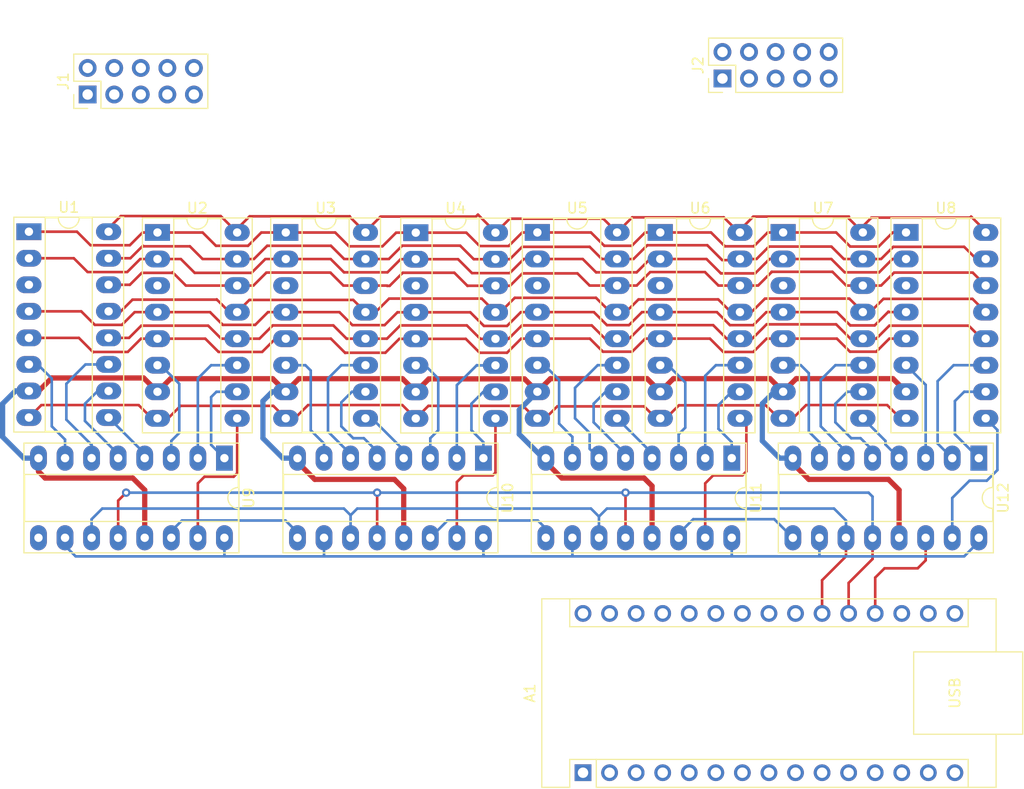
<source format=kicad_pcb>
(kicad_pcb (version 20221018) (generator pcbnew)
  (layers (0 "F.Cu" signal) (31 "B.Cu" signal) (34 "B.Paste" user) (35 "F.Paste" user) (36 "B.SilkS" user "B.Silkscreen") (37 "F.SilkS" user "F.Silkscreen") (38 "B.Mask" user) (39 "F.Mask" user) (44 "Edge.Cuts" user))
  (net 0 "")
  (net 1 "DATA1")
  (net 2 "DATA2")
  (net 4 "Net-(A1-GND-Pad29)")
  (net 5 "DATA3")
  (net 18 "OUT5")
  (net 19 "OUT7")
  (net 20 "IN1")
  (net 21 "OUT8")
  (net 22 "OUT6")
  (net 23 "IO1OE")
  (net 24 "GND")
  (net 25 "-5V")
  (net 26 "IO1C")
  (net 27 "IO1B")
  (net 28 "IO1A")
  (net 29 "OUT4")
  (net 30 "OUT1")
  (net 31 "OUT2")
  (net 32 "OUT3")
  (net 33 "+5V")
  (net 34 "IN2")
  (net 35 "IO2OE")
  (net 36 "IO2C")
  (net 37 "IO2B")
  (net 38 "IO2A")
  (net 39 "IN3")
  (net 40 "IO3OE")
  (net 41 "IO3C")
  (net 42 "IO3B")
  (net 43 "IO3A")
  (net 44 "IN4")
  (net 45 "IO4OE")
  (net 46 "IO4C")
  (net 47 "IO4B")
  (net 48 "IO4A")
  (net 49 "IN5")
  (net 50 "IO5OE")
  (net 51 "IO5C")
  (net 52 "IO5B")
  (net 53 "IO5A")
  (net 54 "IN6")
  (net 55 "IO6OE")
  (net 56 "IO6C")
  (net 57 "IO6B")
  (net 58 "IO6A")
  (net 59 "IN7")
  (net 60 "IO7OE")
  (net 61 "IO7C")
  (net 62 "IO7B")
  (net 63 "IO7A")
  (net 64 "IN8")
  (net 65 "IO8OE")
  (net 66 "IO8C")
  (net 67 "IO8B")
  (net 68 "IO8A")
  (net 69 "SR_DATA")
  (net 70 "SR_CLOCK")
  (net 71 "SR_LATCH")
  (footprint "Package_DIP:DIP-16_W7.62mm_Socket_LongPads" (layer "F.Cu") (at 79.2226 60.7568)
    (fp_text reference "U1")
    (fp_text value "4051" hide)
  )
  (footprint "Package_DIP:DIP-16_W7.62mm_Socket_LongPads" (layer "F.Cu") (at 170.053 82.423 -90)
    (fp_text reference "U12")
    (fp_text value "74HC595")
  )
  (footprint "Package_DIP:DIP-16_W7.62mm_Socket_LongPads" (layer "F.Cu") (at 146.431 82.423 -90)
    (fp_text reference "U11")
    (fp_text value "74HC595")
  )
  (footprint "Package_DIP:DIP-16_W7.62mm_Socket_LongPads" (layer "F.Cu") (at 127.8434 60.8302)
    (fp_text reference "U5")
    (fp_text value "4051" hide)
  )
  (footprint "Package_DIP:DIP-16_W7.62mm_Socket_LongPads" (layer "F.Cu") (at 163.0934 60.8302)
    (fp_text reference "U8")
    (fp_text value "4051" hide)
  )
  (footprint "Package_DIP:DIP-16_W7.62mm_Socket_LongPads" (layer "F.Cu") (at 139.5934 60.8302)
    (fp_text reference "U6")
    (fp_text value "4051" hide)
  )
  (footprint "Connector_PinHeader_2.54mm:PinHeader_2x05_P2.54mm_Vertical" (layer "F.Cu") (at 84.841 47.63 90)
    (fp_text reference "J1")
    (fp_text value "Conn_01x09_Pin")
  )
  (footprint "Connector_PinHeader_2.54mm:PinHeader_2x05_P2.54mm_Vertical" (layer "F.Cu") (at 145.542 46.101 90)
    (fp_text reference "J2")
    (fp_text value "Conn_01x09_Pin")
  )
  (footprint "Package_DIP:DIP-16_W7.62mm_Socket_LongPads" (layer "F.Cu") (at 151.3434 60.8302)
    (fp_text reference "U7")
    (fp_text value "4051" hide)
  )
  (footprint "Module:Arduino_Nano" (layer "F.Cu") (at 132.207 112.522 90)
    (fp_text reference "A1")
    (fp_text value "Arduino_Nano_Every")
  )
  (footprint "Package_DIP:DIP-16_W7.62mm_Socket_LongPads" (layer "F.Cu") (at 122.682 82.423 -90)
    (fp_text reference "U10")
    (fp_text value "74HC595")
  )
  (footprint "Package_DIP:DIP-16_W7.62mm_Socket_LongPads" (layer "F.Cu") (at 116.215 60.8484)
    (fp_text reference "U4")
    (fp_text value "4051" hide)
  )
  (footprint "Package_DIP:DIP-16_W7.62mm_Socket_LongPads" (layer "F.Cu") (at 103.7844 60.833)
    (fp_text reference "U3")
    (fp_text value "4051" hide)
  )
  (footprint "Package_DIP:DIP-16_W7.62mm_Socket_LongPads" (layer "F.Cu") (at 91.5162 60.833)
    (fp_text reference "U2")
    (fp_text value "4051" hide)
  )
  (footprint "Package_DIP:DIP-16_W7.62mm_Socket_LongPads" (layer "F.Cu") (at 97.917 82.423 -90)
    (fp_text reference "U9")
    (fp_text value "74HC595")
  )
  (segment (start 142.748 88.265) (end 150.495 88.265) (width 0.25) (layer "B.Cu") (net 1))
  (segment (start 150.495 88.265) (end 152.273 90.043) (width 0.25) (layer "B.Cu") (net 1))
  (segment (start 141.351 89.662) (end 142.748 88.265) (width 0.25) (layer "B.Cu") (net 1))
  (segment (start 141.351 90.043) (end 141.351 89.662) (width 0.25) (layer "B.Cu") (net 1))
  (segment (start 128.651 90.043) (end 128.651 89.154) (width 0.25) (layer "B.Cu") (net 2))
  (segment (start 119.253 88.392) (end 117.602 90.043) (width 0.25) (layer "B.Cu") (net 2))
  (segment (start 128.651 89.154) (end 127.889 88.392) (width 0.25) (layer "B.Cu") (net 2))
  (segment (start 127.889 88.392) (end 119.253 88.392) (width 0.25) (layer "B.Cu") (net 2))
  (segment (start 92.837 89.408) (end 93.853 88.392) (width 0.25) (layer "B.Cu") (net 5))
  (segment (start 92.837 90.043) (end 92.837 89.408) (width 0.25) (layer "B.Cu") (net 5))
  (segment (start 104.902 90.043) (end 104.902 89.535) (width 0.25) (layer "B.Cu") (net 5))
  (segment (start 103.759 88.392) (end 93.853 88.392) (width 0.25) (layer "B.Cu") (net 5))
  (segment (start 104.902 89.535) (end 103.759 88.392) (width 0.25) (layer "B.Cu") (net 5))
  (segment (start 127.8434 60.8302) (end 132.9662 60.8302) (width 0.25) (layer "F.Cu") (net 18))
  (segment (start 156.4104 60.8302) (end 157.7594 62.1792) (width 0.25) (layer "F.Cu") (net 18))
  (segment (start 122.3264 62.1284) (end 125.0952 62.1284) (width 0.25) (layer "F.Cu") (net 18))
  (segment (start 90.0938 60.833) (end 88.8746 62.0522) (width 0.25) (layer "F.Cu") (net 18))
  (segment (start 114.3354 60.8484) (end 113.03 62.1538) (width 0.25) (layer "F.Cu") (net 18))
  (segment (start 125.0952 62.1284) (end 126.3934 60.8302) (width 0.25) (layer "F.Cu") (net 18))
  (segment (start 121.0464 60.8484) (end 122.3264 62.1284) (width 0.25) (layer "F.Cu") (net 18))
  (segment (start 109.855 62.1792) (end 109.8804 62.1538) (width 0.25) (layer "F.Cu") (net 18))
  (segment (start 83.82 60.7568) (end 79.2226 60.7568) (width 0.25) (layer "F.Cu") (net 18))
  (segment (start 113.03 62.1538) (end 109.8804 62.1538) (width 0.25) (layer "F.Cu") (net 18))
  (segment (start 91.5162 60.833) (end 90.0938 60.833) (width 0.25) (layer "F.Cu") (net 18))
  (segment (start 100.1776 62.103) (end 97.1042 62.103) (width 0.25) (layer "F.Cu") (net 18))
  (segment (start 103.7844 60.833) (end 108.5088 60.833) (width 0.25) (layer "F.Cu") (net 18))
  (segment (start 136.8706 62.103) (end 138.1434 60.8302) (width 0.25) (layer "F.Cu") (net 18))
  (segment (start 134.239 62.103) (end 136.8706 62.103) (width 0.25) (layer "F.Cu") (net 18))
  (segment (start 151.3434 60.8302) (end 156.4104 60.8302) (width 0.25) (layer "F.Cu") (net 18))
  (segment (start 114.3354 60.8484) (end 116.215 60.8484) (width 0.25) (layer "F.Cu") (net 18))
  (segment (start 85.1154 62.0522) (end 83.82 60.7568) (width 0.25) (layer "F.Cu") (net 18))
  (segment (start 148.5392 62.1538) (end 149.8628 60.8302) (width 0.25) (layer "F.Cu") (net 18))
  (segment (start 149.8628 60.8302) (end 151.3434 60.8302) (width 0.25) (layer "F.Cu") (net 18))
  (segment (start 103.7844 60.833) (end 101.4476 60.833) (width 0.25) (layer "F.Cu") (net 18))
  (segment (start 144.447 60.8302) (end 145.7706 62.1538) (width 0.25) (layer "F.Cu") (net 18))
  (segment (start 145.7706 62.1538) (end 148.5392 62.1538) (width 0.25) (layer "F.Cu") (net 18))
  (segment (start 126.3934 60.8302) (end 127.8434 60.8302) (width 0.25) (layer "F.Cu") (net 18))
  (segment (start 138.1434 60.8302) (end 139.5934 60.8302) (width 0.25) (layer "F.Cu") (net 18))
  (segment (start 116.215 60.8484) (end 121.0464 60.8484) (width 0.25) (layer "F.Cu") (net 18))
  (segment (start 160.4772 62.1792) (end 161.8262 60.8302) (width 0.25) (layer "F.Cu") (net 18))
  (segment (start 97.1042 62.103) (end 95.8342 60.833) (width 0.25) (layer "F.Cu") (net 18))
  (segment (start 88.8746 62.0522) (end 85.1154 62.0522) (width 0.25) (layer "F.Cu") (net 18))
  (segment (start 108.5088 60.833) (end 109.855 62.1792) (width 0.25) (layer "F.Cu") (net 18))
  (segment (start 161.8262 60.8302) (end 163.0934 60.8302) (width 0.25) (layer "F.Cu") (net 18))
  (segment (start 95.8342 60.833) (end 91.5162 60.833) (width 0.25) (layer "F.Cu") (net 18))
  (segment (start 157.7594 62.1792) (end 160.4772 62.1792) (width 0.25) (layer "F.Cu") (net 18))
  (segment (start 139.5934 60.8302) (end 144.447 60.8302) (width 0.25) (layer "F.Cu") (net 18))
  (segment (start 132.9662 60.8302) (end 134.239 62.103) (width 0.25) (layer "F.Cu") (net 18))
  (segment (start 101.4476 60.833) (end 100.1776 62.103) (width 0.25) (layer "F.Cu") (net 18))
  (segment (start 133.4516 64.643) (end 137.3378 64.643) (width 0.25) (layer "F.Cu") (net 19))
  (segment (start 127.8434 63.3702) (end 126.5456 63.3702) (width 0.25) (layer "F.Cu") (net 19))
  (segment (start 84.836 64.6176) (end 88.6206 64.6176) (width 0.25) (layer "F.Cu") (net 19))
  (segment (start 114.765 63.3884) (end 116.215 63.3884) (width 0.25) (layer "F.Cu") (net 19))
  (segment (start 161.8008 63.3702) (end 163.0934 63.3702) (width 0.25) (layer "F.Cu") (net 19))
  (segment (start 83.5152 63.2968) (end 84.836 64.6176) (width 0.25) (layer "F.Cu") (net 19))
  (segment (start 100.5078 64.6938) (end 95.0722 64.6938) (width 0.25) (layer "F.Cu") (net 19))
  (segment (start 127.8434 63.3702) (end 132.1788 63.3702) (width 0.25) (layer "F.Cu") (net 19))
  (segment (start 113.5104 64.643) (end 114.765 63.3884) (width 0.25) (layer "F.Cu") (net 19))
  (segment (start 103.7844 63.373) (end 101.8286 63.373) (width 0.25) (layer "F.Cu") (net 19))
  (segment (start 95.0722 64.6938) (end 93.7514 63.373) (width 0.25) (layer "F.Cu") (net 19))
  (segment (start 155.9532 63.3702) (end 157.226 64.643) (width 0.25) (layer "F.Cu") (net 19))
  (segment (start 145.3896 64.7446) (end 144.0152 63.3702) (width 0.25) (layer "F.Cu") (net 19))
  (segment (start 101.8286 63.373) (end 100.5078 64.6938) (width 0.25) (layer "F.Cu") (net 19))
  (segment (start 126.5456 63.3702) (end 125.1966 64.7192) (width 0.25) (layer "F.Cu") (net 19))
  (segment (start 88.6206 64.6176) (end 89.8652 63.373) (width 0.25) (layer "F.Cu") (net 19))
  (segment (start 150.0406 63.3702) (end 148.6662 64.7446) (width 0.25) (layer "F.Cu") (net 19))
  (segment (start 157.226 64.643) (end 160.528 64.643) (width 0.25) (layer "F.Cu") (net 19))
  (segment (start 160.528 64.643) (end 161.8008 63.3702) (width 0.25) (layer "F.Cu") (net 19))
  (segment (start 108.077 63.373) (end 109.347 64.643) (width 0.25) (layer "F.Cu") (net 19))
  (segment (start 121.5898 64.7192) (end 120.259 63.3884) (width 0.25) (layer "F.Cu") (net 19))
  (segment (start 139.5934 63.3702) (end 138.6106 63.3702) (width 0.25) (layer "F.Cu") (net 19))
  (segment (start 132.1788 63.3702) (end 133.4516 64.643) (width 0.25) (layer "F.Cu") (net 19))
  (segment (start 148.6662 64.7446) (end 145.3896 64.7446) (width 0.25) (layer "F.Cu") (net 19))
  (segment (start 109.347 64.643) (end 113.5104 64.643) (width 0.25) (layer "F.Cu") (net 19))
  (segment (start 89.8652 63.373) (end 91.5162 63.373) (width 0.25) (layer "F.Cu") (net 19))
  (segment (start 151.3434 63.3702) (end 150.0406 63.3702) (width 0.25) (layer "F.Cu") (net 19))
  (segment (start 120.259 63.3884) (end 116.215 63.3884) (width 0.25) (layer "F.Cu") (net 19))
  (segment (start 138.6106 63.3702) (end 137.3378 64.643) (width 0.25) (layer "F.Cu") (net 19))
  (segment (start 103.7844 63.373) (end 108.077 63.373) (width 0.25) (layer "F.Cu") (net 19))
  (segment (start 125.1966 64.7192) (end 121.5898 64.7192) (width 0.25) (layer "F.Cu") (net 19))
  (segment (start 144.0152 63.3702) (end 139.5934 63.3702) (width 0.25) (layer "F.Cu") (net 19))
  (segment (start 151.3434 63.3702) (end 155.9532 63.3702) (width 0.25) (layer "F.Cu") (net 19))
  (segment (start 93.7514 63.373) (end 91.5162 63.373) (width 0.25) (layer "F.Cu") (net 19))
  (segment (start 79.2226 63.2968) (end 83.5152 63.2968) (width 0.25) (layer "F.Cu") (net 19))
  (segment (start 124.9426 69.7738) (end 126.2662 68.4502) (width 0.25) (layer "F.Cu") (net 21))
  (segment (start 100.8634 69.6722) (end 102.0826 68.453) (width 0.25) (layer "F.Cu") (net 21))
  (segment (start 156.4866 68.4502) (end 157.7594 69.723) (width 0.25) (layer "F.Cu") (net 21))
  (segment (start 157.7594 69.723) (end 160.0962 69.723) (width 0.25) (layer "F.Cu") (net 21))
  (segment (start 161.417 68.4022) (end 161.465 68.4502) (width 0.25) (layer "F.Cu") (net 21))
  (segment (start 116.215 68.4684) (end 121.4274 68.4684) (width 0.25) (layer "F.Cu") (net 21))
  (segment (start 91.5162 68.453) (end 96.5454 68.453) (width 0.25) (layer "F.Cu") (net 21))
  (segment (start 148.4884 69.6976) (end 149.7358 68.4502) (width 0.25) (layer "F.Cu") (net 21))
  (segment (start 146.2532 69.6976) (end 148.4884 69.6976) (width 0.25) (layer "F.Cu") (net 21))
  (segment (start 160.0962 69.723) (end 161.417 68.4022) (width 0.25) (layer "F.Cu") (net 21))
  (segment (start 114.4624 68.4684) (end 113.2332 69.6976) (width 0.25) (layer "F.Cu") (net 21))
  (segment (start 110.1598 69.6976) (end 108.9152 68.453) (width 0.25) (layer "F.Cu") (net 21))
  (segment (start 126.2662 68.4502) (end 127.8434 68.4502) (width 0.25) (layer "F.Cu") (net 21))
  (segment (start 127.8434 68.4502) (end 133.2456 68.4502) (width 0.25) (layer "F.Cu") (net 21))
  (segment (start 91.5162 68.453) (end 89.3318 68.453) (width 0.25) (layer "F.Cu") (net 21))
  (segment (start 89.3318 68.453) (end 88.1126 69.6722) (width 0.25) (layer "F.Cu") (net 21))
  (segment (start 102.0826 68.453) (end 103.7844 68.453) (width 0.25) (layer "F.Cu") (net 21))
  (segment (start 139.5934 68.4502) (end 145.0058 68.4502) (width 0.25) (layer "F.Cu") (net 21))
  (segment (start 149.7358 68.4502) (end 151.3434 68.4502) (width 0.25) (layer "F.Cu") (net 21))
  (segment (start 145.0058 68.4502) (end 146.2532 69.6976) (width 0.25) (layer "F.Cu") (net 21))
  (segment (start 88.1126 69.6722) (end 85.5218 69.6722) (width 0.25) (layer "F.Cu") (net 21))
  (segment (start 136.6012 69.6976) (end 137.8486 68.4502) (width 0.25) (layer "F.Cu") (net 21))
  (segment (start 96.5454 68.453) (end 97.7646 69.6722) (width 0.25) (layer "F.Cu") (net 21))
  (segment (start 108.9152 68.453) (end 103.7844 68.453) (width 0.25) (layer "F.Cu") (net 21))
  (segment (start 151.3434 68.4502) (end 156.4866 68.4502) (width 0.25) (layer "F.Cu") (net 21))
  (segment (start 113.2332 69.6976) (end 110.1598 69.6976) (width 0.25) (layer "F.Cu") (net 21))
  (segment (start 85.5218 69.6722) (end 84.2264 68.3768) (width 0.25) (layer "F.Cu") (net 21))
  (segment (start 97.7646 69.6722) (end 100.8634 69.6722) (width 0.25) (layer "F.Cu") (net 21))
  (segment (start 133.2456 68.4502) (end 134.493 69.6976) (width 0.25) (layer "F.Cu") (net 21))
  (segment (start 122.7328 69.7738) (end 124.9426 69.7738) (width 0.25) (layer "F.Cu") (net 21))
  (segment (start 84.2264 68.3768) (end 79.2226 68.3768) (width 0.25) (layer "F.Cu") (net 21))
  (segment (start 116.215 68.4684) (end 114.4624 68.4684) (width 0.25) (layer "F.Cu") (net 21))
  (segment (start 137.8486 68.4502) (end 139.5934 68.4502) (width 0.25) (layer "F.Cu") (net 21))
  (segment (start 121.4274 68.4684) (end 122.7328 69.7738) (width 0.25) (layer "F.Cu") (net 21))
  (segment (start 134.493 69.6976) (end 136.6012 69.6976) (width 0.25) (layer "F.Cu") (net 21))
  (segment (start 161.465 68.4502) (end 163.0934 68.4502) (width 0.25) (layer "F.Cu") (net 21))
  (segment (start 85.3694 72.2884) (end 83.9978 70.9168) (width 0.25) (layer "F.Cu") (net 22))
  (segment (start 134.112 72.2376) (end 136.906 72.2376) (width 0.25) (layer "F.Cu") (net 22))
  (segment (start 91.5162 70.993) (end 96.0882 70.993) (width 0.25) (layer "F.Cu") (net 22))
  (segment (start 116.215 71.0084) (end 120.9956 71.0084) (width 0.25) (layer "F.Cu") (net 22))
  (segment (start 122.3264 72.3392) (end 124.9426 72.3392) (width 0.25) (layer "F.Cu") (net 22))
  (segment (start 103.7844 70.993) (end 108.1024 70.993) (width 0.25) (layer "F.Cu") (net 22))
  (segment (start 139.5934 70.9902) (end 144.3454 70.9902) (width 0.25) (layer "F.Cu") (net 22))
  (segment (start 124.9426 72.3392) (end 126.2916 70.9902) (width 0.25) (layer "F.Cu") (net 22))
  (segment (start 96.0882 70.993) (end 97.3582 72.263) (width 0.25) (layer "F.Cu") (net 22))
  (segment (start 127.8434 70.9902) (end 132.8646 70.9902) (width 0.25) (layer "F.Cu") (net 22))
  (segment (start 109.4994 72.3392) (end 113.3094 72.3392) (width 0.25) (layer "F.Cu") (net 22))
  (segment (start 157.734 72.2376) (end 160.2486 72.2376) (width 0.25) (layer "F.Cu") (net 22))
  (segment (start 161.496 70.9902) (end 163.0934 70.9902) (width 0.25) (layer "F.Cu") (net 22))
  (segment (start 138.1534 70.9902) (end 139.5934 70.9902) (width 0.25) (layer "F.Cu") (net 22))
  (segment (start 126.2916 70.9902) (end 127.8434 70.9902) (width 0.25) (layer "F.Cu") (net 22))
  (segment (start 151.3434 70.9902) (end 156.4866 70.9902) (width 0.25) (layer "F.Cu") (net 22))
  (segment (start 156.4866 70.9902) (end 157.734 72.2376) (width 0.25) (layer "F.Cu") (net 22))
  (segment (start 160.2486 72.2376) (end 161.496 70.9902) (width 0.25) (layer "F.Cu") (net 22))
  (segment (start 101.5238 72.263) (end 102.7938 70.993) (width 0.25) (layer "F.Cu") (net 22))
  (segment (start 89.9414 70.993) (end 88.6714 72.263) (width 0.25) (layer "F.Cu") (net 22))
  (segment (start 144.3454 70.9902) (end 145.6182 72.263) (width 0.25) (layer "F.Cu") (net 22))
  (segment (start 148.4884 72.263) (end 149.7612 70.9902) (width 0.25) (layer "F.Cu") (net 22))
  (segment (start 85.3948 72.263) (end 85.3694 72.2884) (width 0.25) (layer "F.Cu") (net 22))
  (segment (start 149.7612 70.9902) (end 151.3434 70.9902) (width 0.25) (layer "F.Cu") (net 22))
  (segment (start 102.7938 70.993) (end 103.7844 70.993) (width 0.25) (layer "F.Cu") (net 22))
  (segment (start 114.6402 71.0084) (end 116.215 71.0084) (width 0.25) (layer "F.Cu") (net 22))
  (segment (start 88.6714 72.263) (end 85.3948 72.263) (width 0.25) (layer "F.Cu") (net 22))
  (segment (start 108.1024 70.993) (end 109.474 72.3646) (width 0.25) (layer "F.Cu") (net 22))
  (segment (start 113.3094 72.3392) (end 114.6402 71.0084) (width 0.25) (layer "F.Cu") (net 22))
  (segment (start 120.9956 71.0084) (end 122.3264 72.3392) (width 0.25) (layer "F.Cu") (net 22))
  (segment (start 109.474 72.3646) (end 109.4994 72.3392) (width 0.25) (layer "F.Cu") (net 22))
  (segment (start 83.9978 70.9168) (end 79.2226 70.9168) (width 0.25) (layer "F.Cu") (net 22))
  (segment (start 132.8646 70.9902) (end 134.112 72.2376) (width 0.25) (layer "F.Cu") (net 22))
  (segment (start 145.6182 72.263) (end 148.4884 72.263) (width 0.25) (layer "F.Cu") (net 22))
  (segment (start 136.906 72.2376) (end 138.1534 70.9902) (width 0.25) (layer "F.Cu") (net 22))
  (segment (start 97.3582 72.263) (end 101.5238 72.263) (width 0.25) (layer "F.Cu") (net 22))
  (segment (start 91.5162 70.993) (end 89.9414 70.993) (width 0.25) (layer "F.Cu") (net 22))
  (segment (start 79.2226 73.4568) (end 80.1116 73.4568) (width 0.25) (layer "F.Cu") (net 23))
  (segment (start 80.0608 73.4568) (end 79.2226 73.4568) (width 0.25) (layer "B.Cu") (net 23))
  (segment (start 82.677 82.423) (end 82.677 80.645) (width 0.25) (layer "B.Cu") (net 23))
  (segment (start 82.677 80.645) (end 81.407 79.375) (width 0.25) (layer "B.Cu") (net 23))
  (segment (start 81.407 74.803) (end 80.0608 73.4568) (width 0.25) (layer "B.Cu") (net 23))
  (segment (start 81.407 79.375) (end 81.407 74.803) (width 0.25) (layer "B.Cu") (net 23))
  (segment (start 152.273 82.423) (end 152.273 82.931) (width 0.5) (layer "F.Cu") (net 24))
  (segment (start 80.1624 75.9968) (end 81.407 74.7522) (width 0.5) (layer "F.Cu") (net 24))
  (segment (start 128.651 82.423) (end 128.651 82.804) (width 0.5) (layer "F.Cu") (net 24))
  (segment (start 90.1954 74.7522) (end 91.5162 76.073) (width 0.5) (layer "F.Cu") (net 24))
  (segment (start 91.5162 76.073) (end 92.7662 74.823) (width 0.5) (layer "F.Cu") (net 24))
  (segment (start 114.173 84.455) (end 115.062 85.344) (width 0.5) (layer "F.Cu") (net 24))
  (segment (start 116.215 76.0884) (end 117.465 74.8384) (width 0.5) (layer "F.Cu") (net 24))
  (segment (start 150.0934 74.8202) (end 151.3434 76.0702) (width 0.5) (layer "F.Cu") (net 24))
  (segment (start 104.902 82.804) (end 106.553 84.455) (width 0.5) (layer "F.Cu") (net 24))
  (segment (start 80.137 82.423) (end 80.137 83.693) (width 0.5) (layer "F.Cu") (net 24))
  (segment (start 106.553 84.455) (end 114.173 84.455) (width 0.5) (layer "F.Cu") (net 24))
  (segment (start 114.9496 74.823) (end 116.215 76.0884) (width 0.5) (layer "F.Cu") (net 24))
  (segment (start 138.3434 74.8202) (end 139.5934 76.0702) (width 0.5) (layer "F.Cu") (net 24))
  (segment (start 90.297 85.471) (end 90.297 90.043) (width 0.5) (layer "F.Cu") (net 24))
  (segment (start 139.5934 76.0702) (end 140.8434 74.8202) (width 0.5) (layer "F.Cu") (net 24))
  (segment (start 161.417 84.455) (end 162.433 85.471) (width 0.5) (layer "F.Cu") (net 24))
  (segment (start 152.5934 74.8202) (end 161.8434 74.8202) (width 0.5) (layer "F.Cu") (net 24))
  (segment (start 102.5344 74.823) (end 103.7844 76.073) (width 0.5) (layer "F.Cu") (net 24))
  (segment (start 79.2226 75.9968) (end 80.1624 75.9968) (width 0.25) (layer "F.Cu") (net 24))
  (segment (start 127.8434 76.0702) (end 129.0934 74.8202) (width 0.5) (layer "F.Cu") (net 24))
  (segment (start 138.811 85.09) (end 138.811 90.043) (width 0.5) (layer "F.Cu") (net 24))
  (segment (start 130.175 84.328) (end 138.049 84.328) (width 0.5) (layer "F.Cu") (net 24))
  (segment (start 92.7662 74.823) (end 102.5344 74.823) (width 0.5) (layer "F.Cu") (net 24))
  (segment (start 162.433 85.471) (end 162.433 90.043) (width 0.5) (layer "F.Cu") (net 24))
  (segment (start 161.8434 74.8202) (end 163.0934 76.0702) (width 0.5) (layer "F.Cu") (net 24))
  (segment (start 103.7844 76.073) (end 105.0344 74.823) (width 0.5) (layer "F.Cu") (net 24))
  (segment (start 80.137 83.693) (end 80.772 84.328) (width 0.5) (layer "F.Cu") (net 24))
  (segment (start 81.407 74.7522) (end 90.1954 74.7522) (width 0.5) (layer "F.Cu") (net 24))
  (segment (start 128.651 82.804) (end 130.175 84.328) (width 0.5) (layer "F.Cu") (net 24))
  (segment (start 89.154 84.328) (end 90.297 85.471) (width 0.5) (layer "F.Cu") (net 24))
  (segment (start 138.049 84.328) (end 138.811 85.09) (width 0.5) (layer "F.Cu") (net 24))
  (segment (start 140.8434 74.8202) (end 150.0934 74.8202) (width 0.5) (layer "F.Cu") (net 24))
  (segment (start 115.062 85.344) (end 115.062 90.043) (width 0.5) (layer "F.Cu") (net 24))
  (segment (start 126.6116 74.8384) (end 127.8434 76.0702) (width 0.5) (layer "F.Cu") (net 24))
  (segment (start 105.0344 74.823) (end 114.9496 74.823) (width 0.5) (layer "F.Cu") (net 24))
  (segment (start 117.465 74.8384) (end 126.6116 74.8384) (width 0.5) (layer "F.Cu") (net 24))
  (segment (start 80.772 84.328) (end 89.154 84.328) (width 0.5) (layer "F.Cu") (net 24))
  (segment (start 151.3434 76.0702) (end 152.5934 74.8202) (width 0.5) (layer "F.Cu") (net 24))
  (segment (start 153.797 84.455) (end 161.417 84.455) (width 0.5) (layer "F.Cu") (net 24))
  (segment (start 104.902 82.423) (end 104.902 82.804) (width 0.5) (layer "F.Cu") (net 24))
  (segment (start 129.0934 74.8202) (end 138.3434 74.8202) (width 0.5) (layer "F.Cu") (net 24))
  (segment (start 152.273 82.931) (end 153.797 84.455) (width 0.5) (layer "F.Cu") (net 24))
  (segment (start 128.397 82.423) (end 126.111 80.137) (width 0.5) (layer "B.Cu") (net 24))
  (segment (start 78.74 82.423) (end 76.708 80.391) (width 0.5) (layer "B.Cu") (net 24))
  (segment (start 152.273 82.423) (end 151.003 82.423) (width 0.5) (layer "B.Cu") (net 24))
  (segment (start 101.6 80.518) (end 101.6 76.962) (width 0.5) (layer "B.Cu") (net 24))
  (segment (start 101.6 76.962) (end 102.489 76.073) (width 0.5) (layer "B.Cu") (net 24))
  (segment (start 151.003 82.423) (end 149.352 80.772) (width 0.5) (layer "B.Cu") (net 24))
  (segment (start 128.651 82.423) (end 128.397 82.423) (width 0.5) (layer "B.Cu") (net 24))
  (segment (start 102.489 76.073) (end 103.7844 76.073) (width 0.5) (layer "B.Cu") (net 24))
  (segment (start 77.9272 75.9968) (end 79.2226 75.9968) (width 0.5) (layer "B.Cu") (net 24))
  (segment (start 76.708 77.216) (end 77.9272 75.9968) (width 0.5) (layer "B.Cu") (net 24))
  (segment (start 150.4978 76.0702) (end 149.352 77.216) (width 0.5) (layer "B.Cu") (net 24))
  (segment (start 104.902 82.423) (end 103.505 82.423) (width 0.5) (layer "B.Cu") (net 24))
  (segment (start 127.8434 76.0702) (end 126.111 77.8026) (width 0.5) (layer "B.Cu") (net 24))
  (segment (start 149.352 80.772) (end 149.352 77.216) (width 0.5) (layer "B.Cu") (net 24))
  (segment (start 79.2226 75.9968) (end 79.0702 75.9968) (width 0.25) (layer "B.Cu") (net 24))
  (segment (start 80.137 82.423) (end 78.74 82.423) (width 0.5) (layer "B.Cu") (net 24))
  (segment (start 151.3434 76.0702) (end 150.4978 76.0702) (width 0.5) (layer "B.Cu") (net 24))
  (segment (start 76.708 80.391) (end 76.708 77.216) (width 0.5) (layer "B.Cu") (net 24))
  (segment (start 103.505 82.423) (end 101.6 80.518) (width 0.5) (layer "B.Cu") (net 24))
  (segment (start 126.111 77.8026) (end 126.111 80.137) (width 0.5) (layer "B.Cu") (net 24))
  (segment (start 93.726 77.4192) (end 102.5906 77.4192) (width 0.25) (layer "F.Cu") (net 25))
  (segment (start 80.4164 77.343) (end 79.2226 78.5368) (width 0.25) (layer "F.Cu") (net 25))
  (segment (start 152.2758 78.6102) (end 151.3434 78.6102) (width 0.25) (layer "F.Cu") (net 25))
  (segment (start 103.7844 78.613) (end 104.648 78.613) (width 0.25) (layer "F.Cu") (net 25))
  (segment (start 129.7432 77.47) (end 128.603 78.6102) (width 0.25) (layer "F.Cu") (net 25))
  (segment (start 127.6576 78.6102) (end 126.4666 77.4192) (width 0.25) (layer "F.Cu") (net 25))
  (segment (start 141.3764 77.3684) (end 140.1346 78.6102) (width 0.25) (layer "F.Cu") (net 25))
  (segment (start 128.603 78.6102) (end 127.8434 78.6102) (width 0.25) (layer "F.Cu") (net 25))
  (segment (start 117.4242 77.4192) (end 116.215 78.6284) (width 0.25) (layer "F.Cu") (net 25))
  (segment (start 139.1892 78.6102) (end 138.049 77.47) (width 0.25) (layer "F.Cu") (net 25))
  (segment (start 127.8434 78.6102) (end 127.6576 78.6102) (width 0.25) (layer "F.Cu") (net 25))
  (segment (start 91.5162 78.613) (end 92.5322 78.613) (width 0.25) (layer "F.Cu") (net 25))
  (segment (start 114.9296 77.343) (end 116.215 78.6284) (width 0.25) (layer "F.Cu") (net 25))
  (segment (start 151.3434 78.6102) (end 150.924 78.6102) (width 0.25) (layer "F.Cu") (net 25))
  (segment (start 92.5322 78.613) (end 93.726 77.4192) (width 0.25) (layer "F.Cu") (net 25))
  (segment (start 105.918 77.343) (end 114.9296 77.343) (width 0.25) (layer "F.Cu") (net 25))
  (segment (start 139.5934 78.6102) (end 139.1892 78.6102) (width 0.25) (layer "F.Cu") (net 25))
  (segment (start 162.5572 78.6102) (end 161.29 77.343) (width 0.25) (layer "F.Cu") (net 25))
  (segment (start 163.0934 78.6102) (end 162.5572 78.6102) (width 0.25) (layer "F.Cu") (net 25))
  (segment (start 161.29 77.343) (end 153.543 77.343) (width 0.25) (layer "F.Cu") (net 25))
  (segment (start 149.6822 77.3684) (end 141.3764 77.3684) (width 0.25) (layer "F.Cu") (net 25))
  (segment (start 91.5162 78.613) (end 90.9828 78.613) (width 0.25) (layer "F.Cu") (net 25))
  (segment (start 138.049 77.47) (end 129.7432 77.47) (width 0.25) (layer "F.Cu") (net 25))
  (segment (start 90.9828 78.613) (end 89.7128 77.343) (width 0.25) (layer "F.Cu") (net 25))
  (segment (start 89.7128 77.343) (end 80.4164 77.343) (width 0.25) (layer "F.Cu") (net 25))
  (segment (start 150.924 78.6102) (end 149.6822 77.3684) (width 0.25) (layer "F.Cu") (net 25))
  (segment (start 126.4666 77.4192) (end 117.4242 77.4192) (width 0.25) (layer "F.Cu") (net 25))
  (segment (start 153.543 77.343) (end 152.2758 78.6102) (width 0.25) (layer "F.Cu") (net 25))
  (segment (start 140.1346 78.6102) (end 139.5934 78.6102) (width 0.25) (layer "F.Cu") (net 25))
  (segment (start 102.5906 77.4192) (end 103.7844 78.613) (width 0.25) (layer "F.Cu") (net 25))
  (segment (start 104.648 78.613) (end 105.918 77.343) (width 0.25) (layer "F.Cu") (net 25))
  (segment (start 90.297 82.423) (end 90.297 81.9912) (width 0.25) (layer "B.Cu") (net 26))
  (segment (start 90.297 81.9912) (end 86.8426 78.5368) (width 0.25) (layer "B.Cu") (net 26))
  (segment (start 84.582 78.867) (end 87.757 82.042) (width 0.25) (layer "B.Cu") (net 27))
  (segment (start 86.8426 75.9968) (end 85.8012 75.9968) (width 0.25) (layer "B.Cu") (net 27))
  (segment (start 87.757 82.042) (end 87.757 82.423) (width 0.25) (layer "B.Cu") (net 27))
  (segment (start 84.582 77.216) (end 84.582 78.867) (width 0.25) (layer "B.Cu") (net 27))
  (segment (start 85.8012 75.9968) (end 84.582 77.216) (width 0.25) (layer "B.Cu") (net 27))
  (segment (start 83.2866 74.803) (end 83.2866 74.8284) (width 0.25) (layer "B.Cu") (net 28))
  (segment (start 82.804 78.74) (end 85.217 81.153) (width 0.25) (layer "B.Cu") (net 28))
  (segment (start 85.217 81.153) (end 85.217 82.423) (width 0.25) (layer "B.Cu") (net 28))
  (segment (start 83.2866 74.8284) (end 82.804 75.311) (width 0.25) (layer "B.Cu") (net 28))
  (segment (start 86.8426 73.4568) (end 84.6328 73.4568) (width 0.25) (layer "B.Cu") (net 28))
  (segment (start 82.804 75.311) (end 82.804 78.74) (width 0.25) (layer "B.Cu") (net 28))
  (segment (start 84.6328 73.4568) (end 83.2866 74.803) (width 0.25) (layer "B.Cu") (net 28))
  (segment (start 114.7318 69.723) (end 121.0996 69.723) (width 0.25) (layer "F.Cu") (net 29))
  (segment (start 158.9634 70.9902) (end 160.2514 70.9902) (width 0.25) (layer "F.Cu") (net 29))
  (segment (start 125.0796 71.0084) (end 123.835 71.0084) (width 0.25) (layer "F.Cu") (net 29))
  (segment (start 156.4132 69.6214) (end 157.782 70.9902) (width 0.25) (layer "F.Cu") (net 29))
  (segment (start 133.0452 69.723) (end 126.365 69.723) (width 0.25) (layer "F.Cu") (net 29))
  (segment (start 137.922 69.6976) (end 144.653 69.6976) (width 0.25) (layer "F.Cu") (net 29))
  (segment (start 111.4044 70.993) (end 113.4618 70.993) (width 0.25) (layer "F.Cu") (net 29))
  (segment (start 126.365 69.723) (end 125.0796 71.0084) (width 0.25) (layer "F.Cu") (net 29))
  (segment (start 169.0878 69.7484) (end 170.3296 70.9902) (width 0.25) (layer "F.Cu") (net 29))
  (segment (start 170.3296 70.9902) (end 170.7134 70.9902) (width 0.25) (layer "F.Cu") (net 29))
  (segment (start 157.782 70.9902) (end 158.9634 70.9902) (width 0.25) (layer "F.Cu") (net 29))
  (segment (start 88.7984 70.9168) (end 86.8426 70.9168) (width 0.25) (layer "F.Cu") (net 29))
  (segment (start 135.4634 70.9902) (end 134.3124 70.9902) (width 0.25) (layer "F.Cu") (net 29))
  (segment (start 102.5398 69.723) (end 108.331 69.723) (width 0.25) (layer "F.Cu") (net 29))
  (segment (start 109.601 70.993) (end 111.4044 70.993) (width 0.25) (layer "F.Cu") (net 29))
  (segment (start 97.6122 70.993) (end 96.3676 69.7484) (width 0.25) (layer "F.Cu") (net 29))
  (segment (start 96.3676 69.7484) (end 89.9668 69.7484) (width 0.25) (layer "F.Cu") (net 29))
  (segment (start 147.2134 70.9902) (end 148.3896 70.9902) (width 0.25) (layer "F.Cu") (net 29))
  (segment (start 121.0996 69.723) (end 122.385 71.0084) (width 0.25) (layer "F.Cu") (net 29))
  (segment (start 144.653 69.6976) (end 145.9456 70.9902) (width 0.25) (layer "F.Cu") (net 29))
  (segment (start 101.2698 70.993) (end 102.5398 69.723) (width 0.25) (layer "F.Cu") (net 29))
  (segment (start 113.4618 70.993) (end 114.7318 69.723) (width 0.25) (layer "F.Cu") (net 29))
  (segment (start 108.331 69.723) (end 109.601 70.993) (width 0.25) (layer "F.Cu") (net 29))
  (segment (start 122.385 71.0084) (end 123.835 71.0084) (width 0.25) (layer "F.Cu") (net 29))
  (segment (start 89.9668 69.7484) (end 88.7984 70.9168) (width 0.25) (layer "F.Cu") (net 29))
  (segment (start 160.2514 70.9902) (end 161.4932 69.7484) (width 0.25) (layer "F.Cu") (net 29))
  (segment (start 136.6294 70.9902) (end 137.922 69.6976) (width 0.25) (layer "F.Cu") (net 29))
  (segment (start 99.1362 70.993) (end 97.6122 70.993) (width 0.25) (layer "F.Cu") (net 29))
  (segment (start 135.4634 70.9902) (end 136.6294 70.9902) (width 0.25) (layer "F.Cu") (net 29))
  (segment (start 134.3124 70.9902) (end 133.0452 69.723) (width 0.25) (layer "F.Cu") (net 29))
  (segment (start 145.9456 70.9902) (end 147.2134 70.9902) (width 0.25) (layer "F.Cu") (net 29))
  (segment (start 148.3896 70.9902) (end 149.7584 69.6214) (width 0.25) (layer "F.Cu") (net 29))
  (segment (start 161.4932 69.7484) (end 169.0878 69.7484) (width 0.25) (layer "F.Cu") (net 29))
  (segment (start 149.7584 69.6214) (end 156.4132 69.6214) (width 0.25) (layer "F.Cu") (net 29))
  (segment (start 99.1362 70.993) (end 101.2698 70.993) (width 0.25) (layer "F.Cu") (net 29))
  (segment (start 98.3996 68.453) (end 99.1362 68.453) (width 0.25) (layer "F.Cu") (net 30))
  (segment (start 89.1286 67.2592) (end 97.155 67.2592) (width 0.25) (layer "F.Cu") (net 30))
  (segment (start 158.9634 68.4502) (end 159.6672 68.4502) (width 0.25) (layer "F.Cu") (net 30))
  (segment (start 123.835 68.4684) (end 124.2922 68.4684) (width 0.25) (layer "F.Cu") (net 30))
  (segment (start 134.8204 68.4502) (end 135.4634 68.4502) (width 0.25) (layer "F.Cu") (net 30))
  (segment (start 160.9344 67.183) (end 169.4462 67.183) (width 0.25) (layer "F.Cu") (net 30))
  (segment (start 137.5156 67.2338) (end 145.1356 67.2338) (width 0.25) (layer "F.Cu") (net 30))
  (segment (start 112.3696 68.453) (end 113.665 67.1576) (width 0.25) (layer "F.Cu") (net 30))
  (segment (start 88.011 68.3768) (end 89.1286 67.2592) (width 0.25) (layer "F.Cu") (net 30))
  (segment (start 169.4462 67.183) (end 170.7134 68.4502) (width 0.25) (layer "F.Cu") (net 30))
  (segment (start 146.352 68.4502) (end 147.2134 68.4502) (width 0.25) (layer "F.Cu") (net 30))
  (segment (start 136.2992 68.4502) (end 137.5156 67.2338) (width 0.25) (layer "F.Cu") (net 30))
  (segment (start 159.6672 68.4502) (end 160.9344 67.183) (width 0.25) (layer "F.Cu") (net 30))
  (segment (start 148.3134 68.4502) (end 149.606 67.1576) (width 0.25) (layer "F.Cu") (net 30))
  (segment (start 125.6792 67.0814) (end 133.4516 67.0814) (width 0.25) (layer "F.Cu") (net 30))
  (segment (start 111.4044 68.453) (end 112.3696 68.453) (width 0.25) (layer "F.Cu") (net 30))
  (segment (start 97.155 67.2592) (end 97.1804 67.2338) (width 0.25) (layer "F.Cu") (net 30))
  (segment (start 133.4516 67.0814) (end 134.8204 68.4502) (width 0.25) (layer "F.Cu") (net 30))
  (segment (start 99.1362 68.453) (end 100.3046 67.2846) (width 0.25) (layer "F.Cu") (net 30))
  (segment (start 124.2922 68.4684) (end 125.6792 67.0814) (width 0.25) (layer "F.Cu") (net 30))
  (segment (start 135.4634 68.4502) (end 136.2992 68.4502) (width 0.25) (layer "F.Cu") (net 30))
  (segment (start 110.236 67.2846) (end 111.4044 68.453) (width 0.25) (layer "F.Cu") (net 30))
  (segment (start 122.5242 67.1576) (end 123.835 68.4684) (width 0.25) (layer "F.Cu") (net 30))
  (segment (start 157.6708 67.1576) (end 158.9634 68.4502) (width 0.25) (layer "F.Cu") (net 30))
  (segment (start 113.665 67.1576) (end 122.5242 67.1576) (width 0.25) (layer "F.Cu") (net 30))
  (segment (start 86.8426 68.3768) (end 88.011 68.3768) (width 0.25) (layer "F.Cu") (net 30))
  (segment (start 147.2134 68.4502) (end 148.3134 68.4502) (width 0.25) (layer "F.Cu") (net 30))
  (segment (start 100.3046 67.2846) (end 110.236 67.2846) (width 0.25) (layer "F.Cu") (net 30))
  (segment (start 97.1804 67.2338) (end 98.3996 68.453) (width 0.25) (layer "F.Cu") (net 30))
  (segment (start 145.1356 67.2338) (end 146.352 68.4502) (width 0.25) (layer "F.Cu") (net 30))
  (segment (start 149.606 67.1576) (end 157.6708 67.1576) (width 0.25) (layer "F.Cu") (net 30))
  (segment (start 132.8392 65.9102) (end 135.4634 65.9102) (width 0.25) (layer "F.Cu") (net 31))
  (segment (start 86.8426 65.8368) (end 88.8746 65.8368) (width 0.25) (layer "F.Cu") (net 31))
  (segment (start 114.9704 64.6838) (end 119.9034 64.6838) (width 0.25) (layer "F.Cu") (net 31))
  (segment (start 157.3756 65.9102) (end 158.9634 65.9102) (width 0.25) (layer "F.Cu") (net 31))
  (segment (start 156.0576 64.5922) (end 157.3756 65.9102) (width 0.25) (layer "F.Cu") (net 31))
  (segment (start 99.1362 65.913) (end 100.6856 65.913) (width 0.25) (layer "F.Cu") (net 31))
  (segment (start 158.9634 65.9102) (end 160.7086 65.9102) (width 0.25) (layer "F.Cu") (net 31))
  (segment (start 121.158 65.9384) (end 121.168 65.9284) (width 0.25) (layer "F.Cu") (net 31))
  (segment (start 147.2134 65.9102) (end 148.9484 65.9102) (width 0.25) (layer "F.Cu") (net 31))
  (segment (start 150.241 64.5922) (end 156.0576 64.5922) (width 0.25) (layer "F.Cu") (net 31))
  (segment (start 145.1582 65.9102) (end 147.2134 65.9102) (width 0.25) (layer "F.Cu") (net 31))
  (segment (start 114.9704 64.6838) (end 113.7158 65.9384) (width 0.25) (layer "F.Cu") (net 31))
  (segment (start 113.7158 65.9384) (end 113.4872 65.9384) (width 0.25) (layer "F.Cu") (net 31))
  (segment (start 94.234 65.913) (end 92.964 64.643) (width 0.25) (layer "F.Cu") (net 31))
  (segment (start 126.4158 64.7446) (end 131.6736 64.7446) (width 0.25) (layer "F.Cu") (net 31))
  (segment (start 92.964 64.643) (end 92.9132 64.6938) (width 0.25) (layer "F.Cu") (net 31))
  (segment (start 121.168 65.9284) (end 123.835 65.9284) (width 0.25) (layer "F.Cu") (net 31))
  (segment (start 101.9302 64.6684) (end 108.0516 64.6684) (width 0.25) (layer "F.Cu") (net 31))
  (segment (start 125.232 65.9284) (end 126.4158 64.7446) (width 0.25) (layer "F.Cu") (net 31))
  (segment (start 161.9504 64.6684) (end 169.4716 64.6684) (width 0.25) (layer "F.Cu") (net 31))
  (segment (start 88.8746 65.8368) (end 90.0176 64.6938) (width 0.25) (layer "F.Cu") (net 31))
  (segment (start 131.6736 64.7446) (end 132.8392 65.9102) (width 0.25) (layer "F.Cu") (net 31))
  (segment (start 108.0516 64.6684) (end 109.2962 65.913) (width 0.25) (layer "F.Cu") (net 31))
  (segment (start 100.6856 65.913) (end 101.9302 64.6684) (width 0.25) (layer "F.Cu") (net 31))
  (segment (start 135.4634 65.9102) (end 137.3406 65.9102) (width 0.25) (layer "F.Cu") (net 31))
  (segment (start 150.241 64.6176) (end 150.241 64.5922) (width 0.25) (layer "F.Cu") (net 31))
  (segment (start 99.1362 65.913) (end 94.234 65.913) (width 0.25) (layer "F.Cu") (net 31))
  (segment (start 123.835 65.9284) (end 125.232 65.9284) (width 0.25) (layer "F.Cu") (net 31))
  (segment (start 109.2962 65.913) (end 111.4044 65.913) (width 0.25) (layer "F.Cu") (net 31))
  (segment (start 137.3406 65.9102) (end 138.6332 64.6176) (width 0.25) (layer "F.Cu") (net 31))
  (segment (start 113.4872 65.9384) (end 113.4618 65.913) (width 0.25) (layer "F.Cu") (net 31))
  (segment (start 148.9484 65.9102) (end 150.241 64.6176) (width 0.25) (layer "F.Cu") (net 31))
  (segment (start 160.7086 65.9102) (end 161.9504 64.6684) (width 0.25) (layer "F.Cu") (net 31))
  (segment (start 92.9132 64.6938) (end 90.0176 64.6938) (width 0.25) (layer "F.Cu") (net 31))
  (segment (start 113.4618 65.913) (end 111.4044 65.913) (width 0.25) (layer "F.Cu") (net 31))
  (segment (start 169.4716 64.6684) (end 170.7134 65.9102) (width 0.25) (layer "F.Cu") (net 31))
  (segment (start 119.9034 64.6838) (end 121.158 65.9384) (width 0.25) (layer "F.Cu") (net 31))
  (segment (start 138.6332 64.6176) (end 143.8656 64.6176) (width 0.25) (layer "F.Cu") (net 31))
  (segment (start 143.8656 64.6176) (end 145.1582 65.9102) (width 0.25) (layer "F.Cu") (net 31))
  (segment (start 86.8426 63.2968) (end 88.9254 63.2968) (width 0.25) (layer "F.Cu") (net 32))
  (segment (start 137.0358 63.3702) (end 138.3538 62.0522) (width 0.25) (layer "F.Cu") (net 32))
  (segment (start 120.4622 62.093) (end 114.9196 62.093) (width 0.25) (layer "F.Cu") (net 32))
  (segment (start 147.2134 63.3702) (end 148.796 63.3702) (width 0.25) (layer "F.Cu") (net 32))
  (segment (start 94.615 62.1538) (end 95.8342 63.373) (width 0.25) (layer "F.Cu") (net 32))
  (segment (start 145.5166 63.4746) (end 147.109 63.4746) (width 0.25) (layer "F.Cu") (net 32))
  (segment (start 157.147 63.3702) (end 158.9634 63.3702) (width 0.25) (layer "F.Cu") (net 32))
  (segment (start 121.7576 63.3884) (end 120.4622 62.093) (width 0.25) (layer "F.Cu") (net 32))
  (segment (start 126.3904 62.2046) (end 132.842 62.2046) (width 0.25) (layer "F.Cu") (net 32))
  (segment (start 160.7086 63.3702) (end 161.8742 62.2046) (width 0.25) (layer "F.Cu") (net 32))
  (segment (start 138.3538 62.0522) (end 144.0942 62.0522) (width 0.25) (layer "F.Cu") (net 32))
  (segment (start 144.0942 62.0522) (end 145.5166 63.4746) (width 0.25) (layer "F.Cu") (net 32))
  (segment (start 149.987 62.1792) (end 155.956 62.1792) (width 0.25) (layer "F.Cu") (net 32))
  (segment (start 135.4634 63.3702) (end 137.0358 63.3702) (width 0.25) (layer "F.Cu") (net 32))
  (segment (start 99.1362 63.373) (end 100.7364 63.373) (width 0.25) (layer "F.Cu") (net 32))
  (segment (start 168.656 62.2046) (end 169.8216 63.3702) (width 0.25) (layer "F.Cu") (net 32))
  (segment (start 109.3724 63.373) (end 111.4044 63.373) (width 0.25) (layer "F.Cu") (net 32))
  (segment (start 155.956 62.1792) (end 157.147 63.3702) (width 0.25) (layer "F.Cu") (net 32))
  (segment (start 90.17 62.1538) (end 94.615 62.1538) (width 0.25) (layer "F.Cu") (net 32))
  (segment (start 132.842 62.2046) (end 134.0076 63.3702) (width 0.25) (layer "F.Cu") (net 32))
  (segment (start 113.6396 63.373) (end 111.4044 63.373) (width 0.25) (layer "F.Cu") (net 32))
  (segment (start 90.1192 62.103) (end 90.17 62.1538) (width 0.25) (layer "F.Cu") (net 32))
  (segment (start 147.109 63.4746) (end 147.2134 63.3702) (width 0.25) (layer "F.Cu") (net 32))
  (segment (start 100.7364 63.373) (end 102.0064 62.103) (width 0.25) (layer "F.Cu") (net 32))
  (segment (start 123.835 63.3884) (end 121.7576 63.3884) (width 0.25) (layer "F.Cu") (net 32))
  (segment (start 102.0064 62.103) (end 108.1024 62.103) (width 0.25) (layer "F.Cu") (net 32))
  (segment (start 125.2066 63.3884) (end 126.3904 62.2046) (width 0.25) (layer "F.Cu") (net 32))
  (segment (start 148.796 63.3702) (end 149.987 62.1792) (width 0.25) (layer "F.Cu") (net 32))
  (segment (start 95.8342 63.373) (end 99.1362 63.373) (width 0.25) (layer "F.Cu") (net 32))
  (segment (start 134.0076 63.3702) (end 135.4634 63.3702) (width 0.25) (layer "F.Cu") (net 32))
  (segment (start 158.9634 63.3702) (end 160.7086 63.3702) (width 0.25) (layer "F.Cu") (net 32))
  (segment (start 123.835 63.3884) (end 125.2066 63.3884) (width 0.25) (layer "F.Cu") (net 32))
  (segment (start 161.8742 62.2046) (end 168.656 62.2046) (width 0.25) (layer "F.Cu") (net 32))
  (segment (start 114.9196 62.093) (end 113.6396 63.373) (width 0.25) (layer "F.Cu") (net 32))
  (segment (start 108.1024 62.103) (end 109.3724 63.373) (width 0.25) (layer "F.Cu") (net 32))
  (segment (start 88.9254 63.2968) (end 90.1192 62.103) (width 0.25) (layer "F.Cu") (net 32))
  (segment (start 169.8216 63.3702) (end 170.7134 63.3702) (width 0.25) (layer "F.Cu") (net 32))
  (segment (start 111.4044 60.833) (end 111.4044 60.7568) (width 0.25) (layer "F.Cu") (net 33))
  (segment (start 147.2134 60.8302) (end 147.2134 60.584) (width 0.25) (layer "F.Cu") (net 33))
  (segment (start 158.9634 60.2386) (end 158.9634 60.8302) (width 0.25) (layer "F.Cu") (net 33))
  (segment (start 86.8426 60.7568) (end 86.8426 60.4266) (width 0.25) (layer "F.Cu") (net 33))
  (segment (start 100.33 59.2836) (end 109.9058 59.2836) (width 0.25) (layer "F.Cu") (net 33))
  (segment (start 122.1586 59.1212) (end 121.9708 59.309) (width 0.25) (layer "F.Cu") (net 33))
  (segment (start 147.2134 60.8302) (end 147.114 60.8302) (width 0.25) (layer "F.Cu") (net 33))
  (segment (start 122.1586 59.1212) (end 123.835 60.7976) (width 0.25) (layer "F.Cu") (net 33))
  (segment (start 123.8604 60.8484) (end 125.1966 59.5122) (width 0.25) (layer "F.Cu") (net 33))
  (segment (start 148.4884 59.309) (end 157.6324 59.309) (width 0.25) (layer "F.Cu") (net 33))
  (segment (start 86.8426 60.4266) (end 88.011 59.2582) (width 0.25) (layer "F.Cu") (net 33))
  (segment (start 125.1966 59.5122) (end 134.1454 59.5122) (width 0.25) (layer "F.Cu") (net 33))
  (segment (start 99.1362 60.4774) (end 100.33 59.2836) (width 0.25) (layer "F.Cu") (net 33))
  (segment (start 109.9058 59.2836) (end 109.9058 59.3344) (width 0.25) (layer "F.Cu") (net 33))
  (segment (start 157.6324 59.309) (end 157.6324 59.4992) (width 0.25) (layer "F.Cu") (net 33))
  (segment (start 170.7134 60.8302) (end 170.7134 60.706) (width 0.25) (layer "F.Cu") (net 33))
  (segment (start 136.9084 59.3852) (end 135.4634 60.8302) (width 0.25) (layer "F.Cu") (net 33))
  (segment (start 147.114 60.8302) (end 145.669 59.3852) (width 0.25) (layer "F.Cu") (net 33))
  (segment (start 134.1454 59.5122) (end 135.4634 60.8302) (width 0.25) (layer "F.Cu") (net 33))
  (segment (start 147.2134 60.584) (end 148.4884 59.309) (width 0.25) (layer "F.Cu") (net 33))
  (segment (start 123.835 60.7976) (end 123.835 60.8484) (width 0.25) (layer "F.Cu") (net 33))
  (segment (start 145.669 59.3852) (end 136.9084 59.3852) (width 0.25) (layer "F.Cu") (net 33))
  (segment (start 111.4044 60.7568) (end 112.8522 59.309) (width 0.25) (layer "F.Cu") (net 33))
  (segment (start 169.3164 59.309) (end 169.2148 59.4106) (width 0.25) (layer "F.Cu") (net 33))
  (segment (start 97.5614 59.2582) (end 99.1362 60.833) (width 0.25) (layer "F.Cu") (net 33))
  (segment (start 170.7134 60.706) (end 169.3164 59.309) (width 0.25) (layer "F.Cu") (net 33))
  (segment (start 157.6324 59.4992) (end 158.9634 60.8302) (width 0.25) (layer "F.Cu") (net 33))
  (segment (start 109.9058 59.3344) (end 111.4044 60.833) (width 0.25) (layer "F.Cu") (net 33))
  (segment (start 159.7914 59.4106) (end 158.9634 60.2386) (width 0.25) (layer "F.Cu") (net 33))
  (segment (start 121.9708 59.309) (end 112.8522 59.309) (width 0.25) (layer "F.Cu") (net 33))
  (segment (start 169.2148 59.4106) (end 159.7914 59.4106) (width 0.25) (layer "F.Cu") (net 33))
  (segment (start 123.835 60.8484) (end 123.8604 60.8484) (width 0.25) (layer "F.Cu") (net 33))
  (segment (start 88.011 59.2582) (end 97.5614 59.2582) (width 0.25) (layer "F.Cu") (net 33))
  (segment (start 99.1362 60.833) (end 99.1362 60.4774) (width 0.25) (layer "F.Cu") (net 33))
  (segment (start 83.693 91.821) (end 97.917 91.821) (width 0.25) (layer "B.Cu") (net 33))
  (segment (start 107.442 90.043) (end 107.442 91.821) (width 0.25) (layer "B.Cu") (net 33))
  (segment (start 170.053 90.043) (end 170.053 90.424) (width 0.25) (layer "B.Cu") (net 33))
  (segment (start 107.442 91.821) (end 122.809 91.821) (width 0.25) (layer "B.Cu") (net 33))
  (segment (start 82.677 90.043) (end 82.677 90.805) (width 0.25) (layer "B.Cu") (net 33))
  (segment (start 122.809 91.821) (end 131.191 91.821) (width 0.25) (layer "B.Cu") (net 33))
  (segment (start 131.191 90.043) (end 131.191 91.821) (width 0.25) (layer "B.Cu") (net 33))
  (segment (start 146.431 91.821) (end 154.813 91.821) (width 0.25) (layer "B.Cu") (net 33))
  (segment (start 122.682 90.043) (end 122.682 91.694) (width 0.25) (layer "B.Cu") (net 33))
  (segment (start 97.917 91.821) (end 107.442 91.821) (width 0.25) (layer "B.Cu") (net 33))
  (segment (start 146.431 90.043) (end 146.431 91.821) (width 0.25) (layer "B.Cu") (net 33))
  (segment (start 97.917 90.043) (end 97.917 91.821) (width 0.25) (layer "B.Cu") (net 33))
  (segment (start 82.677 90.805) (end 83.693 91.821) (width 0.25) (layer "B.Cu") (net 33))
  (segment (start 154.813 91.821) (end 168.656 91.821) (width 0.25) (layer "B.Cu") (net 33))
  (segment (start 170.053 90.424) (end 168.656 91.821) (width 0.25) (layer "B.Cu") (net 33))
  (segment (start 131.191 91.821) (end 146.431 91.821) (width 0.25) (layer "B.Cu") (net 33))
  (segment (start 122.682 91.694) (end 122.809 91.821) (width 0.25) (layer "B.Cu") (net 33))
  (segment (start 154.813 90.043) (end 154.813 91.821) (width 0.25) (layer "B.Cu") (net 33))
  (segment (start 91.821 73.533) (end 93.599 75.311) (width 0.25) (layer "B.Cu") (net 35))
  (segment (start 91.5162 73.533) (end 91.821 73.533) (width 0.25) (layer "B.Cu") (net 35))
  (segment (start 92.837 80.772) (end 92.837 82.423) (width 0.25) (layer "B.Cu") (net 35))
  (segment (start 93.599 75.311) (end 93.599 80.01) (width 0.25) (layer "B.Cu") (net 35))
  (segment (start 93.599 80.01) (end 92.837 80.772) (width 0.25) (layer "B.Cu") (net 35))
  (segment (start 99.1362 83.8708) (end 98.806 84.201) (width 0.25) (layer "F.Cu") (net 36))
  (segment (start 99.5934 79.0702) (end 99.1362 78.613) (width 0.25) (layer "F.Cu") (net 36))
  (segment (start 96.012 84.201) (end 95.377 84.836) (width 0.25) (layer "F.Cu") (net 36))
  (segment (start 99.1362 78.613) (end 99.1362 83.8708) (width 0.25) (layer "F.Cu") (net 36))
  (segment (start 98.806 84.201) (end 96.012 84.201) (width 0.25) (layer "F.Cu") (net 36))
  (segment (start 95.377 84.836) (end 95.377 90.043) (width 0.25) (layer "F.Cu") (net 36))
  (segment (start 96.647 76.581) (end 97.155 76.073) (width 0.25) (layer "B.Cu") (net 37))
  (segment (start 97.155 76.073) (end 99.1362 76.073) (width 0.25) (layer "B.Cu") (net 37))
  (segment (start 97.917 82.423) (end 96.647 81.153) (width 0.25) (layer "B.Cu") (net 37))
  (segment (start 96.647 81.153) (end 96.647 76.581) (width 0.25) (layer "B.Cu") (net 37))
  (segment (start 95.377 82.423) (end 95.377 74.803) (width 0.25) (layer "B.Cu") (net 38))
  (segment (start 96.647 73.533) (end 99.1362 73.533) (width 0.25) (layer "B.Cu") (net 38))
  (segment (start 95.377 74.803) (end 96.647 73.533) (width 0.25) (layer "B.Cu") (net 38))
  (segment (start 107.442 82.423) (end 107.442 81.026) (width 0.25) (layer "B.Cu") (net 40))
  (segment (start 106.172 74.041) (end 105.664 73.533) (width 0.25) (layer "B.Cu") (net 40))
  (segment (start 105.664 73.533) (end 103.7844 73.533) (width 0.25) (layer "B.Cu") (net 40))
  (segment (start 106.172 79.756) (end 106.172 74.041) (width 0.25) (layer "B.Cu") (net 40))
  (segment (start 107.442 81.026) (end 106.172 79.756) (width 0.25) (layer "B.Cu") (net 40))
  (segment (start 112.014 78.613) (end 111.4044 78.613) (width 0.25) (layer "B.Cu") (net 41))
  (segment (start 114.808 81.407) (end 112.014 78.613) (width 0.25) (layer "B.Cu") (net 41))
  (segment (start 115.062 82.423) (end 114.808 82.169) (width 0.25) (layer "B.Cu") (net 41))
  (segment (start 114.808 82.169) (end 114.808 81.407) (width 0.25) (layer "B.Cu") (net 41))
  (segment (start 109.093 79.375) (end 109.093 77.089) (width 0.25) (layer "B.Cu") (net 42))
  (segment (start 110.109 76.073) (end 111.4044 76.073) (width 0.25) (layer "B.Cu") (net 42))
  (segment (start 111.252 80.518) (end 110.236 80.518) (width 0.25) (layer "B.Cu") (net 42))
  (segment (start 109.093 77.089) (end 110.109 76.073) (width 0.25) (layer "B.Cu") (net 42))
  (segment (start 110.236 80.518) (end 109.093 79.375) (width 0.25) (layer "B.Cu") (net 42))
  (segment (start 112.522 82.423) (end 112.522 81.788) (width 0.25) (layer "B.Cu") (net 42))
  (segment (start 112.522 81.788) (end 111.252 80.518) (width 0.25) (layer "B.Cu") (net 42))
  (segment (start 109.093 73.533) (end 111.4044 73.533) (width 0.25) (layer "B.Cu") (net 43))
  (segment (start 109.982 82.423) (end 109.982 82.042) (width 0.25) (layer "B.Cu") (net 43))
  (segment (start 107.823 79.883) (end 107.823 74.803) (width 0.25) (layer "B.Cu") (net 43))
  (segment (start 109.982 82.042) (end 107.823 79.883) (width 0.25) (layer "B.Cu") (net 43))
  (segment (start 107.823 74.803) (end 109.093 73.533) (width 0.25) (layer "B.Cu") (net 43))
  (segment (start 116.215 73.5484) (end 117.1094 73.5484) (width 0.25) (layer "B.Cu") (net 45))
  (segment (start 118.364 79.756) (end 118.364 74.803) (width 0.25) (layer "B.Cu") (net 45))
  (segment (start 117.602 80.518) (end 118.364 79.756) (width 0.25) (layer "B.Cu") (net 45))
  (segment (start 117.602 82.423) (end 117.602 80.518) (width 0.25) (layer "B.Cu") (net 45))
  (segment (start 117.1094 73.5484) (end 118.364 74.803) (width 0.25) (layer "B.Cu") (net 45))
  (segment (start 123.835 78.6284) (end 123.835 83.81) (width 0.25) (layer "F.Cu") (net 46))
  (segment (start 123.835 83.81) (end 123.571 84.074) (width 0.25) (layer "F.Cu") (net 46))
  (segment (start 120.777 84.074) (end 120.142 84.709) (width 0.25) (layer "F.Cu") (net 46))
  (segment (start 120.142 84.709) (end 120.142 90.043) (width 0.25) (layer "F.Cu") (net 46))
  (segment (start 123.571 84.074) (end 120.777 84.074) (width 0.25) (layer "F.Cu") (net 46))
  (segment (start 121.539 79.756) (end 121.539 77.216) (width 0.25) (layer "B.Cu") (net 47))
  (segment (start 121.539 77.216) (end 122.6666 76.0884) (width 0.25) (layer "B.Cu") (net 47))
  (segment (start 122.682 82.423) (end 122.682 80.899) (width 0.25) (layer "B.Cu") (net 47))
  (segment (start 122.6666 76.0884) (end 123.835 76.0884) (width 0.25) (layer "B.Cu") (net 47))
  (segment (start 122.682 80.899) (end 121.539 79.756) (width 0.25) (layer "B.Cu") (net 47))
  (segment (start 120.142 82.423) (end 120.142 75.438) (width 0.25) (layer "B.Cu") (net 48))
  (segment (start 122.0624 73.5484) (end 123.835 73.5484) (width 0.25) (layer "B.Cu") (net 48))
  (segment (start 120.142 75.438) (end 122.047 73.533) (width 0.25) (layer "B.Cu") (net 48))
  (segment (start 122.047 73.533) (end 122.0624 73.5484) (width 0.25) (layer "B.Cu") (net 48))
  (segment (start 131.191 82.423) (end 131.191 80.391) (width 0.25) (layer "B.Cu") (net 50))
  (segment (start 128.5212 73.5302) (end 129.921 74.93) (width 0.25) (layer "B.Cu") (net 50))
  (segment (start 127.8434 73.5302) (end 128.5212 73.5302) (width 0.25) (layer "B.Cu") (net 50))
  (segment (start 131.191 80.391) (end 129.921 79.121) (width 0.25) (layer "B.Cu") (net 50))
  (segment (start 129.921 79.121) (end 129.921 74.93) (width 0.25) (layer "B.Cu") (net 50))
  (segment (start 138.811 81.9578) (end 135.4634 78.6102) (width 0.25) (layer "B.Cu") (net 51))
  (segment (start 138.811 82.423) (end 138.811 81.9578) (width 0.25) (layer "B.Cu") (net 51))
  (segment (start 134.3688 76.0702) (end 135.4634 76.0702) (width 0.25) (layer "B.Cu") (net 52))
  (segment (start 133.223 77.216) (end 134.3688 76.0702) (width 0.25) (layer "B.Cu") (net 52))
  (segment (start 136.271 82.423) (end 136.271 82.042) (width 0.25) (layer "B.Cu") (net 52))
  (segment (start 133.223 78.994) (end 133.223 77.216) (width 0.25) (layer "B.Cu") (net 52))
  (segment (start 136.271 82.042) (end 133.223 78.994) (width 0.25) (layer "B.Cu") (net 52))
  (segment (start 132.842 80.01) (end 131.445 78.613) (width 0.25) (layer "B.Cu") (net 53))
  (segment (start 133.6068 73.5302) (end 135.4634 73.5302) (width 0.25) (layer "B.Cu") (net 53))
  (segment (start 133.731 82.423) (end 132.842 81.534) (width 0.25) (layer "B.Cu") (net 53))
  (segment (start 131.445 75.692) (end 133.6068 73.5302) (width 0.25) (layer "B.Cu") (net 53))
  (segment (start 131.445 78.613) (end 131.445 75.692) (width 0.25) (layer "B.Cu") (net 53))
  (segment (start 132.842 81.534) (end 132.842 80.01) (width 0.25) (layer "B.Cu") (net 53))
  (segment (start 141.986 79.502) (end 141.986 75.184) (width 0.25) (layer "B.Cu") (net 55))
  (segment (start 141.351 80.137) (end 141.986 79.502) (width 0.25) (layer "B.Cu") (net 55))
  (segment (start 140.3322 73.5302) (end 141.986 75.184) (width 0.25) (layer "B.Cu") (net 55))
  (segment (start 141.351 82.423) (end 141.351 80.137) (width 0.25) (layer "B.Cu") (net 55))
  (segment (start 139.5934 73.5302) (end 140.3322 73.5302) (width 0.25) (layer "B.Cu") (net 55))
  (segment (start 147.828 83.693) (end 147.828 79.2248) (width 0.25) (layer "F.Cu") (net 56))
  (segment (start 143.891 84.836) (end 144.653 84.074) (width 0.25) (layer "F.Cu") (net 56))
  (segment (start 147.447 84.074) (end 147.828 83.693) (width 0.25) (layer "F.Cu") (net 56))
  (segment (start 144.653 84.074) (end 147.447 84.074) (width 0.25) (layer "F.Cu") (net 56))
  (segment (start 147.828 79.2248) (end 147.2134 78.6102) (width 0.25) (layer "F.Cu") (net 56))
  (segment (start 143.891 90.043) (end 143.891 84.836) (width 0.25) (layer "F.Cu") (net 56))
  (segment (start 146.431 82.423) (end 146.431 80.899) (width 0.25) (layer "B.Cu") (net 57))
  (segment (start 146.4338 76.0702) (end 147.2134 76.0702) (width 0.25) (layer "B.Cu") (net 57))
  (segment (start 145.161 77.343) (end 146.4338 76.0702) (width 0.25) (layer "B.Cu") (net 57))
  (segment (start 146.431 80.899) (end 145.161 79.629) (width 0.25) (layer "B.Cu") (net 57))
  (segment (start 145.161 79.629) (end 145.161 77.343) (width 0.25) (layer "B.Cu") (net 57))
  (segment (start 143.891 82.423) (end 143.891 74.549) (width 0.25) (layer "B.Cu") (net 58))
  (segment (start 144.9098 73.5302) (end 147.2134 73.5302) (width 0.25) (layer "B.Cu") (net 58))
  (segment (start 143.891 74.549) (end 144.9098 73.5302) (width 0.25) (layer "B.Cu") (net 58))
  (segment (start 153.797 79.883) (end 153.797 74.295) (width 0.25) (layer "B.Cu") (net 60))
  (segment (start 154.813 82.423) (end 154.813 80.899) (width 0.25) (layer "B.Cu") (net 60))
  (segment (start 154.813 80.899) (end 153.797 79.883) (width 0.25) (layer "B.Cu") (net 60))
  (segment (start 153.0322 73.5302) (end 151.3434 73.5302) (width 0.25) (layer "B.Cu") (net 60))
  (segment (start 153.797 74.295) (end 153.0322 73.5302) (width 0.25) (layer "B.Cu") (net 60))
  (segment (start 161.1252 80.772) (end 158.9634 78.6102) (width 0.25) (layer "B.Cu") (net 61))
  (segment (start 161.1252 80.772) (end 161.1252 81.1152) (width 0.25) (layer "B.Cu") (net 61))
  (segment (start 161.1252 81.1152) (end 162.433 82.423) (width 0.25) (layer "B.Cu") (net 61))
  (segment (start 158.75 80.518) (end 157.861 80.518) (width 0.25) (layer "B.Cu") (net 62))
  (segment (start 159.893 81.661) (end 158.75 80.518) (width 0.25) (layer "B.Cu") (net 62))
  (segment (start 157.861 80.518) (end 156.337 78.994) (width 0.25) (layer "B.Cu") (net 62))
  (segment (start 156.337 78.994) (end 156.337 77.216) (width 0.25) (layer "B.Cu") (net 62))
  (segment (start 156.337 77.216) (end 157.4828 76.0702) (width 0.25) (layer "B.Cu") (net 62))
  (segment (start 159.893 82.423) (end 159.893 81.661) (width 0.25) (layer "B.Cu") (net 62))
  (segment (start 157.4828 76.0702) (end 158.9634 76.0702) (width 0.25) (layer "B.Cu") (net 62))
  (segment (start 154.94 79.375) (end 154.94 74.93) (width 0.25) (layer "B.Cu") (net 63))
  (segment (start 156.3398 73.5302) (end 158.9634 73.5302) (width 0.25) (layer "B.Cu") (net 63))
  (segment (start 157.353 81.788) (end 154.94 79.375) (width 0.25) (layer "B.Cu") (net 63))
  (segment (start 154.94 74.93) (end 156.3398 73.5302) (width 0.25) (layer "B.Cu") (net 63))
  (segment (start 157.353 82.423) (end 157.353 81.788) (width 0.25) (layer "B.Cu") (net 63))
  (segment (start 164.973 82.423) (end 164.973 75.4098) (width 0.25) (layer "B.Cu") (net 65))
  (segment (start 164.973 75.4098) (end 163.0934 73.5302) (width 0.25) (layer "B.Cu") (net 65))
  (segment (start 167.513 86.233) (end 169.164 84.582) (width 0.25) (layer "B.Cu") (net 66))
  (segment (start 171.831 79.7278) (end 170.7134 78.6102) (width 0.25) (layer "B.Cu") (net 66))
  (segment (start 171.831 83.566) (end 171.831 79.7278) (width 0.25) (layer "B.Cu") (net 66))
  (segment (start 170.815 84.582) (end 171.831 83.566) (width 0.25) (layer "B.Cu") (net 66))
  (segment (start 169.164 84.582) (end 170.815 84.582) (width 0.25) (layer "B.Cu") (net 66))
  (segment (start 167.513 90.043) (end 167.513 86.233) (width 0.25) (layer "B.Cu") (net 66))
  (segment (start 168.6588 76.0702) (end 170.7134 76.0702) (width 0.25) (layer "B.Cu") (net 67))
  (segment (start 167.767 80.137) (end 167.767 76.962) (width 0.25) (layer "B.Cu") (net 67))
  (segment (start 167.767 76.962) (end 168.6588 76.0702) (width 0.25) (layer "B.Cu") (net 67))
  (segment (start 170.053 82.423) (end 167.767 80.137) (width 0.25) (layer "B.Cu") (net 67))
  (segment (start 167.6428 73.5302) (end 170.7134 73.5302) (width 0.25) (layer "B.Cu") (net 68))
  (segment (start 167.513 82.423) (end 166.116 81.026) (width 0.25) (layer "B.Cu") (net 68))
  (segment (start 166.116 81.026) (end 166.116 75.057) (width 0.25) (layer "B.Cu") (net 68))
  (segment (start 166.116 75.057) (end 167.6428 73.5302) (width 0.25) (layer "B.Cu") (net 68))
  (segment (start 164.973 90.043) (end 164.973 92.202) (width 0.25) (layer "F.Cu") (net 69))
  (segment (start 164.973 92.202) (end 164.211 92.964) (width 0.25) (layer "F.Cu") (net 69))
  (segment (start 164.211 92.964) (end 161.036 92.964) (width 0.25) (layer "F.Cu") (net 69))
  (segment (start 160.147 93.853) (end 160.147 97.282) (width 0.25) (layer "F.Cu") (net 69))
  (segment (start 161.036 92.964) (end 160.147 93.853) (width 0.25) (layer "F.Cu") (net 69))
  (segment (start 157.353 91.821) (end 155.067 94.107) (width 0.25) (layer "F.Cu") (net 70))
  (segment (start 155.067 94.107) (end 155.067 97.282) (width 0.25) (layer "F.Cu") (net 70))
  (segment (start 157.353 90.043) (end 157.353 91.821) (width 0.25) (layer "F.Cu") (net 70))
  (segment (start 109.982 87.884) (end 109.347 87.249) (width 0.25) (layer "B.Cu") (net 70))
  (segment (start 86.233 87.249) (end 85.217 88.265) (width 0.25) (layer "B.Cu") (net 70))
  (segment (start 156.21 87.249) (end 157.353 88.392) (width 0.25) (layer "B.Cu") (net 70))
  (segment (start 132.969 87.249) (end 133.731 88.011) (width 0.25) (layer "B.Cu") (net 70))
  (segment (start 109.982 87.884) (end 110.617 87.249) (width 0.25) (layer "B.Cu") (net 70))
  (segment (start 133.731 88.011) (end 133.731 90.043) (width 0.25) (layer "B.Cu") (net 70))
  (segment (start 85.217 88.265) (end 85.217 90.043) (width 0.25) (layer "B.Cu") (net 70))
  (segment (start 109.982 90.043) (end 109.982 87.884) (width 0.25) (layer "B.Cu") (net 70))
  (segment (start 133.731 88.011) (end 134.493 87.249) (width 0.25) (layer "B.Cu") (net 70))
  (segment (start 110.617 87.249) (end 132.969 87.249) (width 0.25) (layer "B.Cu") (net 70))
  (segment (start 134.493 87.249) (end 156.21 87.249) (width 0.25) (layer "B.Cu") (net 70))
  (segment (start 109.347 87.249) (end 86.233 87.249) (width 0.25) (layer "B.Cu") (net 70))
  (segment (start 157.353 88.392) (end 157.353 90.043) (width 0.25) (layer "B.Cu") (net 70))
  (segment (start 112.522 85.725) (end 112.522 90.043) (width 0.25) (layer "F.Cu") (net 71))
  (segment (start 87.757 86.487) (end 87.757 90.043) (width 0.25) (layer "F.Cu") (net 71))
  (segment (start 136.271 85.725) (end 136.271 90.043) (width 0.25) (layer "F.Cu") (net 71))
  (segment (start 157.607 94.361) (end 159.893 92.075) (width 0.25) (layer "F.Cu") (net 71))
  (segment (start 157.607 97.282) (end 157.607 94.361) (width 0.25) (layer "F.Cu") (net 71))
  (segment (start 88.519 85.725) (end 87.757 86.487) (width 0.25) (layer "F.Cu") (net 71))
  (segment (start 159.893 92.075) (end 159.893 90.043) (width 0.25) (layer "F.Cu") (net 71))
  (via (at 88.519 85.725) (size 0.8) (drill 0.4) (layers "F.Cu" "B.Cu") (net 71))
  (via (at 112.522 85.725) (size 0.8) (drill 0.4) (layers "F.Cu" "B.Cu") (net 71))
  (via (at 136.271 85.725) (size 0.8) (drill 0.4) (layers "F.Cu" "B.Cu") (net 71))
  (segment (start 88.519 85.725) (end 88.646 85.725) (width 0.25) (layer "B.Cu") (net 71))
  (segment (start 112.522 85.725) (end 88.519 85.725) (width 0.25) (layer "B.Cu") (net 71))
  (segment (start 136.271 85.725) (end 159.512 85.725) (width 0.25) (layer "B.Cu") (net 71))
  (segment (start 159.512 85.725) (end 159.893 86.106) (width 0.25) (layer "B.Cu") (net 71))
  (segment (start 136.271 85.725) (end 112.522 85.725) (width 0.25) (layer "B.Cu") (net 71))
  (segment (start 159.893 86.106) (end 159.893 90.043) (width 0.25) (layer "B.Cu") (net 71))
)
</source>
